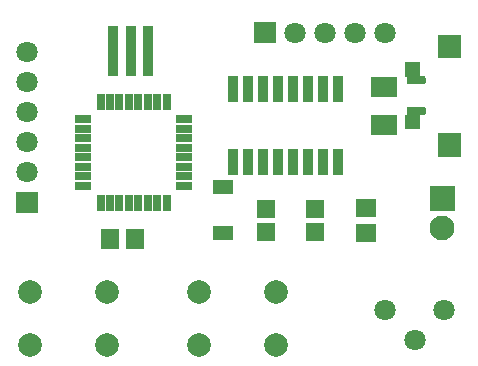
<source format=gbr>
%FSLAX34Y34*%
%MOMM*%
%LNSOLDERMASK_TOP*%
G71*
G01*
%ADD10C,0.299*%
%ADD11R,0.759X1.470*%
%ADD12R,1.470X0.759*%
%ADD13C,2.000*%
%ADD14R,0.860X2.232*%
%ADD15C,1.800*%
%ADD16R,0.901X4.300*%
%ADD17C,2.100*%
%ADD18R,1.500X1.800*%
%ADD19R,1.600X1.500*%
%ADD20R,1.800X1.200*%
%ADD21R,1.800X1.500*%
%ADD22R,2.200X1.800*%
%ADD23R,1.600X0.700*%
%LPD*%
G36*
X371138Y200665D02*
X390938Y200665D01*
X390938Y180865D01*
X371138Y180865D01*
X371138Y200665D01*
G37*
G36*
X371138Y284181D02*
X390938Y284181D01*
X390938Y264381D01*
X371138Y264381D01*
X371138Y284181D01*
G37*
G54D10*
X359270Y247026D02*
X346773Y247026D01*
X346773Y244029D01*
X359270Y244029D01*
X359270Y247026D01*
G54D10*
X346773Y221017D02*
X359270Y221017D01*
X359270Y218020D01*
X346773Y218020D01*
X346773Y221017D01*
G54D10*
X359270Y220915D02*
X346773Y220915D01*
G36*
X343741Y216302D02*
X355799Y216302D01*
X355799Y204244D01*
X343741Y204244D01*
X343741Y216302D01*
G37*
G36*
X343741Y260802D02*
X355799Y260802D01*
X355799Y248744D01*
X343741Y248744D01*
X343741Y260802D01*
G37*
X141668Y227316D02*
G54D11*
D03*
X133667Y227316D02*
G54D11*
D03*
X125666Y227316D02*
G54D11*
D03*
X117665Y227316D02*
G54D11*
D03*
X109664Y227316D02*
G54D11*
D03*
X101663Y227316D02*
G54D11*
D03*
X93662Y227316D02*
G54D11*
D03*
X85661Y227316D02*
G54D11*
D03*
X85661Y141464D02*
G54D11*
D03*
X93662Y141464D02*
G54D11*
D03*
X101663Y141464D02*
G54D11*
D03*
X109664Y141464D02*
G54D11*
D03*
X117665Y141464D02*
G54D11*
D03*
X125666Y141464D02*
G54D11*
D03*
X133667Y141464D02*
G54D11*
D03*
X141668Y141464D02*
G54D11*
D03*
X156603Y156399D02*
G54D12*
D03*
X156603Y164400D02*
G54D12*
D03*
X156603Y172401D02*
G54D12*
D03*
X156603Y180402D02*
G54D12*
D03*
X156603Y188403D02*
G54D12*
D03*
X156603Y196404D02*
G54D12*
D03*
X156603Y204405D02*
G54D12*
D03*
X156603Y212406D02*
G54D12*
D03*
X70751Y212406D02*
G54D12*
D03*
X70751Y204405D02*
G54D12*
D03*
X70751Y196404D02*
G54D12*
D03*
X70751Y188403D02*
G54D12*
D03*
X70751Y180402D02*
G54D12*
D03*
X70751Y172401D02*
G54D12*
D03*
X70751Y164400D02*
G54D12*
D03*
X70751Y156399D02*
G54D12*
D03*
X26276Y66051D02*
G54D13*
D03*
X26276Y21043D02*
G54D13*
D03*
X91300Y21043D02*
G54D13*
D03*
X91300Y66051D02*
G54D13*
D03*
X169126Y66051D02*
G54D13*
D03*
X234150Y66051D02*
G54D13*
D03*
X234150Y21043D02*
G54D13*
D03*
X169126Y21043D02*
G54D13*
D03*
X197675Y176592D02*
G54D14*
D03*
X210375Y176592D02*
G54D14*
D03*
X223075Y176592D02*
G54D14*
D03*
X235775Y176592D02*
G54D14*
D03*
X248475Y176592D02*
G54D14*
D03*
X261175Y176592D02*
G54D14*
D03*
X273875Y176592D02*
G54D14*
D03*
X286575Y176592D02*
G54D14*
D03*
X286575Y238060D02*
G54D14*
D03*
X273875Y238060D02*
G54D14*
D03*
X261175Y238060D02*
G54D14*
D03*
X248475Y238060D02*
G54D14*
D03*
X235775Y238060D02*
G54D14*
D03*
X223075Y238060D02*
G54D14*
D03*
X210375Y238060D02*
G54D14*
D03*
X197675Y238060D02*
G54D14*
D03*
G36*
X215802Y294863D02*
X233802Y294863D01*
X233802Y276863D01*
X215802Y276863D01*
X215802Y294863D01*
G37*
G36*
X14482Y151353D02*
X32482Y151353D01*
X32482Y133353D01*
X14482Y133353D01*
X14482Y151353D01*
G37*
X23482Y167753D02*
G54D15*
D03*
X23482Y193153D02*
G54D15*
D03*
X23482Y218553D02*
G54D15*
D03*
X23482Y243953D02*
G54D15*
D03*
X23482Y269353D02*
G54D15*
D03*
X250202Y285863D02*
G54D15*
D03*
X275602Y285863D02*
G54D15*
D03*
X301002Y285863D02*
G54D15*
D03*
X326402Y285863D02*
G54D15*
D03*
X126200Y269988D02*
G54D16*
D03*
X111188Y269988D02*
G54D16*
D03*
X96177Y269988D02*
G54D16*
D03*
X351650Y25849D02*
G54D15*
D03*
X376650Y50849D02*
G54D15*
D03*
X326650Y50849D02*
G54D15*
D03*
X374934Y120212D02*
G54D17*
D03*
G36*
X364434Y135112D02*
X364434Y156112D01*
X385434Y156112D01*
X385434Y135112D01*
X364434Y135112D01*
G37*
X93662Y111125D02*
G54D18*
D03*
X115044Y111125D02*
G54D18*
D03*
X267072Y136897D02*
G54D19*
D03*
X267072Y117103D02*
G54D19*
D03*
X189598Y155624D02*
G54D20*
D03*
X189598Y115937D02*
G54D20*
D03*
X310729Y137690D02*
G54D21*
D03*
X310729Y116309D02*
G54D21*
D03*
X225797Y136897D02*
G54D19*
D03*
X225797Y117103D02*
G54D19*
D03*
X325546Y239822D02*
G54D22*
D03*
X325546Y207854D02*
G54D22*
D03*
X353022Y245528D02*
G54D23*
D03*
X353022Y219518D02*
G54D23*
D03*
M02*

</source>
